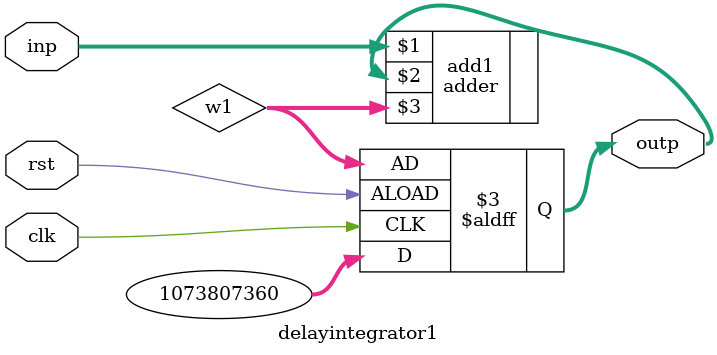
<source format=v>
`define size 31
`define full 32'hFFFF_FFFF
module delayintegrator1(inp,outp,clk,rst); 
     input [`size:0]inp; 
     input clk,rst; 
     output [`size:0]outp; 
     wire [`size:0]w1;
     reg [`size:0] outp; 
     
     adder add1(inp,outp,w1); 
 
     always@(posedge clk or posedge rst)
     begin
       if (!rst)
         outp = 32'h4001_0000;
       else
         outp  = w1;
      end
endmodule 



</source>
